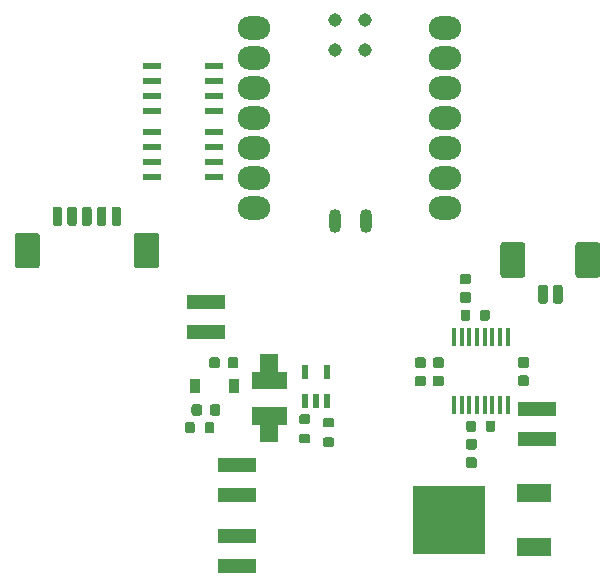
<source format=gbr>
G04 #@! TF.GenerationSoftware,KiCad,Pcbnew,5.1.5+dfsg1-2build2*
G04 #@! TF.CreationDate,2021-03-18T18:12:21+09:00*
G04 #@! TF.ProjectId,puck,7075636b-2e6b-4696-9361-645f70636258,rev?*
G04 #@! TF.SameCoordinates,Original*
G04 #@! TF.FileFunction,Paste,Top*
G04 #@! TF.FilePolarity,Positive*
%FSLAX46Y46*%
G04 Gerber Fmt 4.6, Leading zero omitted, Abs format (unit mm)*
G04 Created by KiCad (PCBNEW 5.1.5+dfsg1-2build2) date 2021-03-18 18:12:21*
%MOMM*%
%LPD*%
G04 APERTURE LIST*
%ADD10R,1.580000X0.590000*%
%ADD11R,0.410000X1.570000*%
%ADD12R,0.510000X1.170000*%
%ADD13C,0.020000*%
%ADD14R,3.180000X1.270000*%
%ADD15C,1.143000*%
%ADD16O,1.016000X2.032000*%
%ADD17O,2.748280X1.998980*%
%ADD18R,0.900000X1.200000*%
%ADD19R,3.000000X1.600000*%
%ADD20R,6.200000X5.800000*%
G04 APERTURE END LIST*
D10*
X110675000Y-103705000D03*
X110675000Y-102435000D03*
X110675000Y-101165000D03*
X110675000Y-99895000D03*
X105425000Y-99895000D03*
X105425000Y-101165000D03*
X105425000Y-102435000D03*
X105425000Y-103705000D03*
X110675000Y-98105000D03*
X110675000Y-96835000D03*
X110675000Y-95565000D03*
X110675000Y-94295000D03*
X105425000Y-94295000D03*
X105425000Y-95565000D03*
X105425000Y-96835000D03*
X105425000Y-98105000D03*
D11*
X135533518Y-117204729D03*
X134883518Y-117204729D03*
X134233518Y-117204729D03*
X133583518Y-117204729D03*
X132933518Y-117204729D03*
X132283518Y-117204729D03*
X131633518Y-117204729D03*
X130983518Y-117204729D03*
X130983518Y-122944729D03*
X131633518Y-122944729D03*
X132283518Y-122944729D03*
X132933518Y-122944729D03*
X133583518Y-122944729D03*
X134233518Y-122944729D03*
X134883518Y-122944729D03*
X135533518Y-122944729D03*
D12*
X118350000Y-122650000D03*
X120250000Y-120150000D03*
X119300000Y-122650000D03*
X120250000Y-122650000D03*
X118350000Y-120150000D03*
D13*
G36*
X132169603Y-114900691D02*
G01*
X132189018Y-114903571D01*
X132208057Y-114908340D01*
X132226537Y-114914952D01*
X132244279Y-114923344D01*
X132261114Y-114933434D01*
X132276879Y-114945126D01*
X132291421Y-114958307D01*
X132304602Y-114972849D01*
X132316294Y-114988614D01*
X132326384Y-115005449D01*
X132334776Y-115023191D01*
X132341388Y-115041671D01*
X132346157Y-115060710D01*
X132349037Y-115080125D01*
X132350000Y-115099728D01*
X132350000Y-115649728D01*
X132349037Y-115669331D01*
X132346157Y-115688746D01*
X132341388Y-115707785D01*
X132334776Y-115726265D01*
X132326384Y-115744007D01*
X132316294Y-115760842D01*
X132304602Y-115776607D01*
X132291421Y-115791149D01*
X132276879Y-115804330D01*
X132261114Y-115816022D01*
X132244279Y-115826112D01*
X132226537Y-115834504D01*
X132208057Y-115841116D01*
X132189018Y-115845885D01*
X132169603Y-115848765D01*
X132150000Y-115849728D01*
X131750000Y-115849728D01*
X131730397Y-115848765D01*
X131710982Y-115845885D01*
X131691943Y-115841116D01*
X131673463Y-115834504D01*
X131655721Y-115826112D01*
X131638886Y-115816022D01*
X131623121Y-115804330D01*
X131608579Y-115791149D01*
X131595398Y-115776607D01*
X131583706Y-115760842D01*
X131573616Y-115744007D01*
X131565224Y-115726265D01*
X131558612Y-115707785D01*
X131553843Y-115688746D01*
X131550963Y-115669331D01*
X131550000Y-115649728D01*
X131550000Y-115099728D01*
X131550963Y-115080125D01*
X131553843Y-115060710D01*
X131558612Y-115041671D01*
X131565224Y-115023191D01*
X131573616Y-115005449D01*
X131583706Y-114988614D01*
X131595398Y-114972849D01*
X131608579Y-114958307D01*
X131623121Y-114945126D01*
X131638886Y-114933434D01*
X131655721Y-114923344D01*
X131673463Y-114914952D01*
X131691943Y-114908340D01*
X131710982Y-114903571D01*
X131730397Y-114900691D01*
X131750000Y-114899728D01*
X132150000Y-114899728D01*
X132169603Y-114900691D01*
G37*
G36*
X133819603Y-114900691D02*
G01*
X133839018Y-114903571D01*
X133858057Y-114908340D01*
X133876537Y-114914952D01*
X133894279Y-114923344D01*
X133911114Y-114933434D01*
X133926879Y-114945126D01*
X133941421Y-114958307D01*
X133954602Y-114972849D01*
X133966294Y-114988614D01*
X133976384Y-115005449D01*
X133984776Y-115023191D01*
X133991388Y-115041671D01*
X133996157Y-115060710D01*
X133999037Y-115080125D01*
X134000000Y-115099728D01*
X134000000Y-115649728D01*
X133999037Y-115669331D01*
X133996157Y-115688746D01*
X133991388Y-115707785D01*
X133984776Y-115726265D01*
X133976384Y-115744007D01*
X133966294Y-115760842D01*
X133954602Y-115776607D01*
X133941421Y-115791149D01*
X133926879Y-115804330D01*
X133911114Y-115816022D01*
X133894279Y-115826112D01*
X133876537Y-115834504D01*
X133858057Y-115841116D01*
X133839018Y-115845885D01*
X133819603Y-115848765D01*
X133800000Y-115849728D01*
X133400000Y-115849728D01*
X133380397Y-115848765D01*
X133360982Y-115845885D01*
X133341943Y-115841116D01*
X133323463Y-115834504D01*
X133305721Y-115826112D01*
X133288886Y-115816022D01*
X133273121Y-115804330D01*
X133258579Y-115791149D01*
X133245398Y-115776607D01*
X133233706Y-115760842D01*
X133223616Y-115744007D01*
X133215224Y-115726265D01*
X133208612Y-115707785D01*
X133203843Y-115688746D01*
X133200963Y-115669331D01*
X133200000Y-115649728D01*
X133200000Y-115099728D01*
X133200963Y-115080125D01*
X133203843Y-115060710D01*
X133208612Y-115041671D01*
X133215224Y-115023191D01*
X133223616Y-115005449D01*
X133233706Y-114988614D01*
X133245398Y-114972849D01*
X133258579Y-114958307D01*
X133273121Y-114945126D01*
X133288886Y-114933434D01*
X133305721Y-114923344D01*
X133323463Y-114914952D01*
X133341943Y-114908340D01*
X133360982Y-114903571D01*
X133380397Y-114900691D01*
X133400000Y-114899728D01*
X133800000Y-114899728D01*
X133819603Y-114900691D01*
G37*
G36*
X134303121Y-124300692D02*
G01*
X134322536Y-124303572D01*
X134341575Y-124308341D01*
X134360055Y-124314953D01*
X134377797Y-124323345D01*
X134394632Y-124333435D01*
X134410397Y-124345127D01*
X134424939Y-124358308D01*
X134438120Y-124372850D01*
X134449812Y-124388615D01*
X134459902Y-124405450D01*
X134468294Y-124423192D01*
X134474906Y-124441672D01*
X134479675Y-124460711D01*
X134482555Y-124480126D01*
X134483518Y-124499729D01*
X134483518Y-125049729D01*
X134482555Y-125069332D01*
X134479675Y-125088747D01*
X134474906Y-125107786D01*
X134468294Y-125126266D01*
X134459902Y-125144008D01*
X134449812Y-125160843D01*
X134438120Y-125176608D01*
X134424939Y-125191150D01*
X134410397Y-125204331D01*
X134394632Y-125216023D01*
X134377797Y-125226113D01*
X134360055Y-125234505D01*
X134341575Y-125241117D01*
X134322536Y-125245886D01*
X134303121Y-125248766D01*
X134283518Y-125249729D01*
X133883518Y-125249729D01*
X133863915Y-125248766D01*
X133844500Y-125245886D01*
X133825461Y-125241117D01*
X133806981Y-125234505D01*
X133789239Y-125226113D01*
X133772404Y-125216023D01*
X133756639Y-125204331D01*
X133742097Y-125191150D01*
X133728916Y-125176608D01*
X133717224Y-125160843D01*
X133707134Y-125144008D01*
X133698742Y-125126266D01*
X133692130Y-125107786D01*
X133687361Y-125088747D01*
X133684481Y-125069332D01*
X133683518Y-125049729D01*
X133683518Y-124499729D01*
X133684481Y-124480126D01*
X133687361Y-124460711D01*
X133692130Y-124441672D01*
X133698742Y-124423192D01*
X133707134Y-124405450D01*
X133717224Y-124388615D01*
X133728916Y-124372850D01*
X133742097Y-124358308D01*
X133756639Y-124345127D01*
X133772404Y-124333435D01*
X133789239Y-124323345D01*
X133806981Y-124314953D01*
X133825461Y-124308341D01*
X133844500Y-124303572D01*
X133863915Y-124300692D01*
X133883518Y-124299729D01*
X134283518Y-124299729D01*
X134303121Y-124300692D01*
G37*
G36*
X132653121Y-124300692D02*
G01*
X132672536Y-124303572D01*
X132691575Y-124308341D01*
X132710055Y-124314953D01*
X132727797Y-124323345D01*
X132744632Y-124333435D01*
X132760397Y-124345127D01*
X132774939Y-124358308D01*
X132788120Y-124372850D01*
X132799812Y-124388615D01*
X132809902Y-124405450D01*
X132818294Y-124423192D01*
X132824906Y-124441672D01*
X132829675Y-124460711D01*
X132832555Y-124480126D01*
X132833518Y-124499729D01*
X132833518Y-125049729D01*
X132832555Y-125069332D01*
X132829675Y-125088747D01*
X132824906Y-125107786D01*
X132818294Y-125126266D01*
X132809902Y-125144008D01*
X132799812Y-125160843D01*
X132788120Y-125176608D01*
X132774939Y-125191150D01*
X132760397Y-125204331D01*
X132744632Y-125216023D01*
X132727797Y-125226113D01*
X132710055Y-125234505D01*
X132691575Y-125241117D01*
X132672536Y-125245886D01*
X132653121Y-125248766D01*
X132633518Y-125249729D01*
X132233518Y-125249729D01*
X132213915Y-125248766D01*
X132194500Y-125245886D01*
X132175461Y-125241117D01*
X132156981Y-125234505D01*
X132139239Y-125226113D01*
X132122404Y-125216023D01*
X132106639Y-125204331D01*
X132092097Y-125191150D01*
X132078916Y-125176608D01*
X132067224Y-125160843D01*
X132057134Y-125144008D01*
X132048742Y-125126266D01*
X132042130Y-125107786D01*
X132037361Y-125088747D01*
X132034481Y-125069332D01*
X132033518Y-125049729D01*
X132033518Y-124499729D01*
X132034481Y-124480126D01*
X132037361Y-124460711D01*
X132042130Y-124441672D01*
X132048742Y-124423192D01*
X132057134Y-124405450D01*
X132067224Y-124388615D01*
X132078916Y-124372850D01*
X132092097Y-124358308D01*
X132106639Y-124345127D01*
X132122404Y-124333435D01*
X132139239Y-124323345D01*
X132156981Y-124314953D01*
X132175461Y-124308341D01*
X132194500Y-124303572D01*
X132213915Y-124300692D01*
X132233518Y-124299729D01*
X132633518Y-124299729D01*
X132653121Y-124300692D01*
G37*
G36*
X132222054Y-111876083D02*
G01*
X132243895Y-111879323D01*
X132265314Y-111884688D01*
X132286104Y-111892127D01*
X132306064Y-111901568D01*
X132325003Y-111912919D01*
X132342738Y-111926073D01*
X132359099Y-111940901D01*
X132373927Y-111957262D01*
X132387081Y-111974997D01*
X132398432Y-111993936D01*
X132407873Y-112013896D01*
X132415312Y-112034686D01*
X132420677Y-112056105D01*
X132423917Y-112077946D01*
X132425000Y-112100000D01*
X132425000Y-112550000D01*
X132423917Y-112572054D01*
X132420677Y-112593895D01*
X132415312Y-112615314D01*
X132407873Y-112636104D01*
X132398432Y-112656064D01*
X132387081Y-112675003D01*
X132373927Y-112692738D01*
X132359099Y-112709099D01*
X132342738Y-112723927D01*
X132325003Y-112737081D01*
X132306064Y-112748432D01*
X132286104Y-112757873D01*
X132265314Y-112765312D01*
X132243895Y-112770677D01*
X132222054Y-112773917D01*
X132200000Y-112775000D01*
X131700000Y-112775000D01*
X131677946Y-112773917D01*
X131656105Y-112770677D01*
X131634686Y-112765312D01*
X131613896Y-112757873D01*
X131593936Y-112748432D01*
X131574997Y-112737081D01*
X131557262Y-112723927D01*
X131540901Y-112709099D01*
X131526073Y-112692738D01*
X131512919Y-112675003D01*
X131501568Y-112656064D01*
X131492127Y-112636104D01*
X131484688Y-112615314D01*
X131479323Y-112593895D01*
X131476083Y-112572054D01*
X131475000Y-112550000D01*
X131475000Y-112100000D01*
X131476083Y-112077946D01*
X131479323Y-112056105D01*
X131484688Y-112034686D01*
X131492127Y-112013896D01*
X131501568Y-111993936D01*
X131512919Y-111974997D01*
X131526073Y-111957262D01*
X131540901Y-111940901D01*
X131557262Y-111926073D01*
X131574997Y-111912919D01*
X131593936Y-111901568D01*
X131613896Y-111892127D01*
X131634686Y-111884688D01*
X131656105Y-111879323D01*
X131677946Y-111876083D01*
X131700000Y-111875000D01*
X132200000Y-111875000D01*
X132222054Y-111876083D01*
G37*
G36*
X132222054Y-113426083D02*
G01*
X132243895Y-113429323D01*
X132265314Y-113434688D01*
X132286104Y-113442127D01*
X132306064Y-113451568D01*
X132325003Y-113462919D01*
X132342738Y-113476073D01*
X132359099Y-113490901D01*
X132373927Y-113507262D01*
X132387081Y-113524997D01*
X132398432Y-113543936D01*
X132407873Y-113563896D01*
X132415312Y-113584686D01*
X132420677Y-113606105D01*
X132423917Y-113627946D01*
X132425000Y-113650000D01*
X132425000Y-114100000D01*
X132423917Y-114122054D01*
X132420677Y-114143895D01*
X132415312Y-114165314D01*
X132407873Y-114186104D01*
X132398432Y-114206064D01*
X132387081Y-114225003D01*
X132373927Y-114242738D01*
X132359099Y-114259099D01*
X132342738Y-114273927D01*
X132325003Y-114287081D01*
X132306064Y-114298432D01*
X132286104Y-114307873D01*
X132265314Y-114315312D01*
X132243895Y-114320677D01*
X132222054Y-114323917D01*
X132200000Y-114325000D01*
X131700000Y-114325000D01*
X131677946Y-114323917D01*
X131656105Y-114320677D01*
X131634686Y-114315312D01*
X131613896Y-114307873D01*
X131593936Y-114298432D01*
X131574997Y-114287081D01*
X131557262Y-114273927D01*
X131540901Y-114259099D01*
X131526073Y-114242738D01*
X131512919Y-114225003D01*
X131501568Y-114206064D01*
X131492127Y-114186104D01*
X131484688Y-114165314D01*
X131479323Y-114143895D01*
X131476083Y-114122054D01*
X131475000Y-114100000D01*
X131475000Y-113650000D01*
X131476083Y-113627946D01*
X131479323Y-113606105D01*
X131484688Y-113584686D01*
X131492127Y-113563896D01*
X131501568Y-113543936D01*
X131512919Y-113524997D01*
X131526073Y-113507262D01*
X131540901Y-113490901D01*
X131557262Y-113476073D01*
X131574997Y-113462919D01*
X131593936Y-113451568D01*
X131613896Y-113442127D01*
X131634686Y-113434688D01*
X131656105Y-113429323D01*
X131677946Y-113426083D01*
X131700000Y-113425000D01*
X132200000Y-113425000D01*
X132222054Y-113426083D01*
G37*
G36*
X137130572Y-118925811D02*
G01*
X137152413Y-118929051D01*
X137173832Y-118934416D01*
X137194622Y-118941855D01*
X137214582Y-118951296D01*
X137233521Y-118962647D01*
X137251256Y-118975801D01*
X137267617Y-118990629D01*
X137282445Y-119006990D01*
X137295599Y-119024725D01*
X137306950Y-119043664D01*
X137316391Y-119063624D01*
X137323830Y-119084414D01*
X137329195Y-119105833D01*
X137332435Y-119127674D01*
X137333518Y-119149728D01*
X137333518Y-119599728D01*
X137332435Y-119621782D01*
X137329195Y-119643623D01*
X137323830Y-119665042D01*
X137316391Y-119685832D01*
X137306950Y-119705792D01*
X137295599Y-119724731D01*
X137282445Y-119742466D01*
X137267617Y-119758827D01*
X137251256Y-119773655D01*
X137233521Y-119786809D01*
X137214582Y-119798160D01*
X137194622Y-119807601D01*
X137173832Y-119815040D01*
X137152413Y-119820405D01*
X137130572Y-119823645D01*
X137108518Y-119824728D01*
X136608518Y-119824728D01*
X136586464Y-119823645D01*
X136564623Y-119820405D01*
X136543204Y-119815040D01*
X136522414Y-119807601D01*
X136502454Y-119798160D01*
X136483515Y-119786809D01*
X136465780Y-119773655D01*
X136449419Y-119758827D01*
X136434591Y-119742466D01*
X136421437Y-119724731D01*
X136410086Y-119705792D01*
X136400645Y-119685832D01*
X136393206Y-119665042D01*
X136387841Y-119643623D01*
X136384601Y-119621782D01*
X136383518Y-119599728D01*
X136383518Y-119149728D01*
X136384601Y-119127674D01*
X136387841Y-119105833D01*
X136393206Y-119084414D01*
X136400645Y-119063624D01*
X136410086Y-119043664D01*
X136421437Y-119024725D01*
X136434591Y-119006990D01*
X136449419Y-118990629D01*
X136465780Y-118975801D01*
X136483515Y-118962647D01*
X136502454Y-118951296D01*
X136522414Y-118941855D01*
X136543204Y-118934416D01*
X136564623Y-118929051D01*
X136586464Y-118925811D01*
X136608518Y-118924728D01*
X137108518Y-118924728D01*
X137130572Y-118925811D01*
G37*
G36*
X137130572Y-120475811D02*
G01*
X137152413Y-120479051D01*
X137173832Y-120484416D01*
X137194622Y-120491855D01*
X137214582Y-120501296D01*
X137233521Y-120512647D01*
X137251256Y-120525801D01*
X137267617Y-120540629D01*
X137282445Y-120556990D01*
X137295599Y-120574725D01*
X137306950Y-120593664D01*
X137316391Y-120613624D01*
X137323830Y-120634414D01*
X137329195Y-120655833D01*
X137332435Y-120677674D01*
X137333518Y-120699728D01*
X137333518Y-121149728D01*
X137332435Y-121171782D01*
X137329195Y-121193623D01*
X137323830Y-121215042D01*
X137316391Y-121235832D01*
X137306950Y-121255792D01*
X137295599Y-121274731D01*
X137282445Y-121292466D01*
X137267617Y-121308827D01*
X137251256Y-121323655D01*
X137233521Y-121336809D01*
X137214582Y-121348160D01*
X137194622Y-121357601D01*
X137173832Y-121365040D01*
X137152413Y-121370405D01*
X137130572Y-121373645D01*
X137108518Y-121374728D01*
X136608518Y-121374728D01*
X136586464Y-121373645D01*
X136564623Y-121370405D01*
X136543204Y-121365040D01*
X136522414Y-121357601D01*
X136502454Y-121348160D01*
X136483515Y-121336809D01*
X136465780Y-121323655D01*
X136449419Y-121308827D01*
X136434591Y-121292466D01*
X136421437Y-121274731D01*
X136410086Y-121255792D01*
X136400645Y-121235832D01*
X136393206Y-121215042D01*
X136387841Y-121193623D01*
X136384601Y-121171782D01*
X136383518Y-121149728D01*
X136383518Y-120699728D01*
X136384601Y-120677674D01*
X136387841Y-120655833D01*
X136393206Y-120634414D01*
X136400645Y-120613624D01*
X136410086Y-120593664D01*
X136421437Y-120574725D01*
X136434591Y-120556990D01*
X136449419Y-120540629D01*
X136465780Y-120525801D01*
X136483515Y-120512647D01*
X136502454Y-120501296D01*
X136522414Y-120491855D01*
X136543204Y-120484416D01*
X136564623Y-120479051D01*
X136586464Y-120475811D01*
X136608518Y-120474728D01*
X137108518Y-120474728D01*
X137130572Y-120475811D01*
G37*
G36*
X132722054Y-127401083D02*
G01*
X132743895Y-127404323D01*
X132765314Y-127409688D01*
X132786104Y-127417127D01*
X132806064Y-127426568D01*
X132825003Y-127437919D01*
X132842738Y-127451073D01*
X132859099Y-127465901D01*
X132873927Y-127482262D01*
X132887081Y-127499997D01*
X132898432Y-127518936D01*
X132907873Y-127538896D01*
X132915312Y-127559686D01*
X132920677Y-127581105D01*
X132923917Y-127602946D01*
X132925000Y-127625000D01*
X132925000Y-128075000D01*
X132923917Y-128097054D01*
X132920677Y-128118895D01*
X132915312Y-128140314D01*
X132907873Y-128161104D01*
X132898432Y-128181064D01*
X132887081Y-128200003D01*
X132873927Y-128217738D01*
X132859099Y-128234099D01*
X132842738Y-128248927D01*
X132825003Y-128262081D01*
X132806064Y-128273432D01*
X132786104Y-128282873D01*
X132765314Y-128290312D01*
X132743895Y-128295677D01*
X132722054Y-128298917D01*
X132700000Y-128300000D01*
X132200000Y-128300000D01*
X132177946Y-128298917D01*
X132156105Y-128295677D01*
X132134686Y-128290312D01*
X132113896Y-128282873D01*
X132093936Y-128273432D01*
X132074997Y-128262081D01*
X132057262Y-128248927D01*
X132040901Y-128234099D01*
X132026073Y-128217738D01*
X132012919Y-128200003D01*
X132001568Y-128181064D01*
X131992127Y-128161104D01*
X131984688Y-128140314D01*
X131979323Y-128118895D01*
X131976083Y-128097054D01*
X131975000Y-128075000D01*
X131975000Y-127625000D01*
X131976083Y-127602946D01*
X131979323Y-127581105D01*
X131984688Y-127559686D01*
X131992127Y-127538896D01*
X132001568Y-127518936D01*
X132012919Y-127499997D01*
X132026073Y-127482262D01*
X132040901Y-127465901D01*
X132057262Y-127451073D01*
X132074997Y-127437919D01*
X132093936Y-127426568D01*
X132113896Y-127417127D01*
X132134686Y-127409688D01*
X132156105Y-127404323D01*
X132177946Y-127401083D01*
X132200000Y-127400000D01*
X132700000Y-127400000D01*
X132722054Y-127401083D01*
G37*
G36*
X132722054Y-125851083D02*
G01*
X132743895Y-125854323D01*
X132765314Y-125859688D01*
X132786104Y-125867127D01*
X132806064Y-125876568D01*
X132825003Y-125887919D01*
X132842738Y-125901073D01*
X132859099Y-125915901D01*
X132873927Y-125932262D01*
X132887081Y-125949997D01*
X132898432Y-125968936D01*
X132907873Y-125988896D01*
X132915312Y-126009686D01*
X132920677Y-126031105D01*
X132923917Y-126052946D01*
X132925000Y-126075000D01*
X132925000Y-126525000D01*
X132923917Y-126547054D01*
X132920677Y-126568895D01*
X132915312Y-126590314D01*
X132907873Y-126611104D01*
X132898432Y-126631064D01*
X132887081Y-126650003D01*
X132873927Y-126667738D01*
X132859099Y-126684099D01*
X132842738Y-126698927D01*
X132825003Y-126712081D01*
X132806064Y-126723432D01*
X132786104Y-126732873D01*
X132765314Y-126740312D01*
X132743895Y-126745677D01*
X132722054Y-126748917D01*
X132700000Y-126750000D01*
X132200000Y-126750000D01*
X132177946Y-126748917D01*
X132156105Y-126745677D01*
X132134686Y-126740312D01*
X132113896Y-126732873D01*
X132093936Y-126723432D01*
X132074997Y-126712081D01*
X132057262Y-126698927D01*
X132040901Y-126684099D01*
X132026073Y-126667738D01*
X132012919Y-126650003D01*
X132001568Y-126631064D01*
X131992127Y-126611104D01*
X131984688Y-126590314D01*
X131979323Y-126568895D01*
X131976083Y-126547054D01*
X131975000Y-126525000D01*
X131975000Y-126075000D01*
X131976083Y-126052946D01*
X131979323Y-126031105D01*
X131984688Y-126009686D01*
X131992127Y-125988896D01*
X132001568Y-125968936D01*
X132012919Y-125949997D01*
X132026073Y-125932262D01*
X132040901Y-125915901D01*
X132057262Y-125901073D01*
X132074997Y-125887919D01*
X132093936Y-125876568D01*
X132113896Y-125867127D01*
X132134686Y-125859688D01*
X132156105Y-125854323D01*
X132177946Y-125851083D01*
X132200000Y-125850000D01*
X132700000Y-125850000D01*
X132722054Y-125851083D01*
G37*
D14*
X109970000Y-116770000D03*
X109970000Y-114230000D03*
X112630000Y-134030000D03*
X112630000Y-136570000D03*
X137978518Y-123304728D03*
X137978518Y-125844728D03*
X112630000Y-128030000D03*
X112630000Y-130570000D03*
D13*
G36*
X113849511Y-121649930D02*
G01*
X113849511Y-120149930D01*
X114599511Y-120149930D01*
X114599511Y-118649930D01*
X116099511Y-118649930D01*
X116099511Y-120149930D01*
X116849511Y-120149930D01*
X116849511Y-121649930D01*
X113849511Y-121649930D01*
G37*
G36*
X116099511Y-124650070D02*
G01*
X116099511Y-126150070D01*
X114599511Y-126150070D01*
X114599511Y-124650070D01*
X113849511Y-124650070D01*
X113849511Y-123150070D01*
X116849511Y-123150070D01*
X116849511Y-124650070D01*
X116099511Y-124650070D01*
G37*
D15*
X123488803Y-92935813D03*
X120948803Y-92935813D03*
X123488803Y-90395813D03*
X120948803Y-90395813D03*
D16*
X123500000Y-107400000D03*
X120950000Y-107400000D03*
D17*
X114083120Y-91082180D03*
X114083120Y-93622180D03*
X114083120Y-96162180D03*
X114083120Y-98702180D03*
X114083120Y-101242180D03*
X114083120Y-103782180D03*
X114083120Y-106322180D03*
X130247680Y-106322180D03*
X130247680Y-103782180D03*
X130247680Y-101242180D03*
X130247680Y-98702180D03*
X130247680Y-96162180D03*
X130247680Y-93622180D03*
X130247680Y-91082180D03*
D18*
X112350000Y-121400000D03*
X109050000Y-121400000D03*
D13*
G36*
X139994603Y-112800963D02*
G01*
X140014018Y-112803843D01*
X140033057Y-112808612D01*
X140051537Y-112815224D01*
X140069279Y-112823616D01*
X140086114Y-112833706D01*
X140101879Y-112845398D01*
X140116421Y-112858579D01*
X140129602Y-112873121D01*
X140141294Y-112888886D01*
X140151384Y-112905721D01*
X140159776Y-112923463D01*
X140166388Y-112941943D01*
X140171157Y-112960982D01*
X140174037Y-112980397D01*
X140175000Y-113000000D01*
X140175000Y-114200000D01*
X140174037Y-114219603D01*
X140171157Y-114239018D01*
X140166388Y-114258057D01*
X140159776Y-114276537D01*
X140151384Y-114294279D01*
X140141294Y-114311114D01*
X140129602Y-114326879D01*
X140116421Y-114341421D01*
X140101879Y-114354602D01*
X140086114Y-114366294D01*
X140069279Y-114376384D01*
X140051537Y-114384776D01*
X140033057Y-114391388D01*
X140014018Y-114396157D01*
X139994603Y-114399037D01*
X139975000Y-114400000D01*
X139575000Y-114400000D01*
X139555397Y-114399037D01*
X139535982Y-114396157D01*
X139516943Y-114391388D01*
X139498463Y-114384776D01*
X139480721Y-114376384D01*
X139463886Y-114366294D01*
X139448121Y-114354602D01*
X139433579Y-114341421D01*
X139420398Y-114326879D01*
X139408706Y-114311114D01*
X139398616Y-114294279D01*
X139390224Y-114276537D01*
X139383612Y-114258057D01*
X139378843Y-114239018D01*
X139375963Y-114219603D01*
X139375000Y-114200000D01*
X139375000Y-113000000D01*
X139375963Y-112980397D01*
X139378843Y-112960982D01*
X139383612Y-112941943D01*
X139390224Y-112923463D01*
X139398616Y-112905721D01*
X139408706Y-112888886D01*
X139420398Y-112873121D01*
X139433579Y-112858579D01*
X139448121Y-112845398D01*
X139463886Y-112833706D01*
X139480721Y-112823616D01*
X139498463Y-112815224D01*
X139516943Y-112808612D01*
X139535982Y-112803843D01*
X139555397Y-112800963D01*
X139575000Y-112800000D01*
X139975000Y-112800000D01*
X139994603Y-112800963D01*
G37*
G36*
X138744603Y-112800963D02*
G01*
X138764018Y-112803843D01*
X138783057Y-112808612D01*
X138801537Y-112815224D01*
X138819279Y-112823616D01*
X138836114Y-112833706D01*
X138851879Y-112845398D01*
X138866421Y-112858579D01*
X138879602Y-112873121D01*
X138891294Y-112888886D01*
X138901384Y-112905721D01*
X138909776Y-112923463D01*
X138916388Y-112941943D01*
X138921157Y-112960982D01*
X138924037Y-112980397D01*
X138925000Y-113000000D01*
X138925000Y-114200000D01*
X138924037Y-114219603D01*
X138921157Y-114239018D01*
X138916388Y-114258057D01*
X138909776Y-114276537D01*
X138901384Y-114294279D01*
X138891294Y-114311114D01*
X138879602Y-114326879D01*
X138866421Y-114341421D01*
X138851879Y-114354602D01*
X138836114Y-114366294D01*
X138819279Y-114376384D01*
X138801537Y-114384776D01*
X138783057Y-114391388D01*
X138764018Y-114396157D01*
X138744603Y-114399037D01*
X138725000Y-114400000D01*
X138325000Y-114400000D01*
X138305397Y-114399037D01*
X138285982Y-114396157D01*
X138266943Y-114391388D01*
X138248463Y-114384776D01*
X138230721Y-114376384D01*
X138213886Y-114366294D01*
X138198121Y-114354602D01*
X138183579Y-114341421D01*
X138170398Y-114326879D01*
X138158706Y-114311114D01*
X138148616Y-114294279D01*
X138140224Y-114276537D01*
X138133612Y-114258057D01*
X138128843Y-114239018D01*
X138125963Y-114219603D01*
X138125000Y-114200000D01*
X138125000Y-113000000D01*
X138125963Y-112980397D01*
X138128843Y-112960982D01*
X138133612Y-112941943D01*
X138140224Y-112923463D01*
X138148616Y-112905721D01*
X138158706Y-112888886D01*
X138170398Y-112873121D01*
X138183579Y-112858579D01*
X138198121Y-112845398D01*
X138213886Y-112833706D01*
X138230721Y-112823616D01*
X138248463Y-112815224D01*
X138266943Y-112808612D01*
X138285982Y-112803843D01*
X138305397Y-112800963D01*
X138325000Y-112800000D01*
X138725000Y-112800000D01*
X138744603Y-112800963D01*
G37*
G36*
X143149504Y-109201204D02*
G01*
X143173773Y-109204804D01*
X143197571Y-109210765D01*
X143220671Y-109219030D01*
X143242849Y-109229520D01*
X143263893Y-109242133D01*
X143283598Y-109256747D01*
X143301777Y-109273223D01*
X143318253Y-109291402D01*
X143332867Y-109311107D01*
X143345480Y-109332151D01*
X143355970Y-109354329D01*
X143364235Y-109377429D01*
X143370196Y-109401227D01*
X143373796Y-109425496D01*
X143375000Y-109450000D01*
X143375000Y-111950000D01*
X143373796Y-111974504D01*
X143370196Y-111998773D01*
X143364235Y-112022571D01*
X143355970Y-112045671D01*
X143345480Y-112067849D01*
X143332867Y-112088893D01*
X143318253Y-112108598D01*
X143301777Y-112126777D01*
X143283598Y-112143253D01*
X143263893Y-112157867D01*
X143242849Y-112170480D01*
X143220671Y-112180970D01*
X143197571Y-112189235D01*
X143173773Y-112195196D01*
X143149504Y-112198796D01*
X143125000Y-112200000D01*
X141525000Y-112200000D01*
X141500496Y-112198796D01*
X141476227Y-112195196D01*
X141452429Y-112189235D01*
X141429329Y-112180970D01*
X141407151Y-112170480D01*
X141386107Y-112157867D01*
X141366402Y-112143253D01*
X141348223Y-112126777D01*
X141331747Y-112108598D01*
X141317133Y-112088893D01*
X141304520Y-112067849D01*
X141294030Y-112045671D01*
X141285765Y-112022571D01*
X141279804Y-111998773D01*
X141276204Y-111974504D01*
X141275000Y-111950000D01*
X141275000Y-109450000D01*
X141276204Y-109425496D01*
X141279804Y-109401227D01*
X141285765Y-109377429D01*
X141294030Y-109354329D01*
X141304520Y-109332151D01*
X141317133Y-109311107D01*
X141331747Y-109291402D01*
X141348223Y-109273223D01*
X141366402Y-109256747D01*
X141386107Y-109242133D01*
X141407151Y-109229520D01*
X141429329Y-109219030D01*
X141452429Y-109210765D01*
X141476227Y-109204804D01*
X141500496Y-109201204D01*
X141525000Y-109200000D01*
X143125000Y-109200000D01*
X143149504Y-109201204D01*
G37*
G36*
X136799504Y-109201204D02*
G01*
X136823773Y-109204804D01*
X136847571Y-109210765D01*
X136870671Y-109219030D01*
X136892849Y-109229520D01*
X136913893Y-109242133D01*
X136933598Y-109256747D01*
X136951777Y-109273223D01*
X136968253Y-109291402D01*
X136982867Y-109311107D01*
X136995480Y-109332151D01*
X137005970Y-109354329D01*
X137014235Y-109377429D01*
X137020196Y-109401227D01*
X137023796Y-109425496D01*
X137025000Y-109450000D01*
X137025000Y-111950000D01*
X137023796Y-111974504D01*
X137020196Y-111998773D01*
X137014235Y-112022571D01*
X137005970Y-112045671D01*
X136995480Y-112067849D01*
X136982867Y-112088893D01*
X136968253Y-112108598D01*
X136951777Y-112126777D01*
X136933598Y-112143253D01*
X136913893Y-112157867D01*
X136892849Y-112170480D01*
X136870671Y-112180970D01*
X136847571Y-112189235D01*
X136823773Y-112195196D01*
X136799504Y-112198796D01*
X136775000Y-112200000D01*
X135175000Y-112200000D01*
X135150496Y-112198796D01*
X135126227Y-112195196D01*
X135102429Y-112189235D01*
X135079329Y-112180970D01*
X135057151Y-112170480D01*
X135036107Y-112157867D01*
X135016402Y-112143253D01*
X134998223Y-112126777D01*
X134981747Y-112108598D01*
X134967133Y-112088893D01*
X134954520Y-112067849D01*
X134944030Y-112045671D01*
X134935765Y-112022571D01*
X134929804Y-111998773D01*
X134926204Y-111974504D01*
X134925000Y-111950000D01*
X134925000Y-109450000D01*
X134926204Y-109425496D01*
X134929804Y-109401227D01*
X134935765Y-109377429D01*
X134944030Y-109354329D01*
X134954520Y-109332151D01*
X134967133Y-109311107D01*
X134981747Y-109291402D01*
X134998223Y-109273223D01*
X135016402Y-109256747D01*
X135036107Y-109242133D01*
X135057151Y-109229520D01*
X135079329Y-109219030D01*
X135102429Y-109210765D01*
X135126227Y-109204804D01*
X135150496Y-109201204D01*
X135175000Y-109200000D01*
X136775000Y-109200000D01*
X136799504Y-109201204D01*
G37*
G36*
X97619603Y-106200963D02*
G01*
X97639018Y-106203843D01*
X97658057Y-106208612D01*
X97676537Y-106215224D01*
X97694279Y-106223616D01*
X97711114Y-106233706D01*
X97726879Y-106245398D01*
X97741421Y-106258579D01*
X97754602Y-106273121D01*
X97766294Y-106288886D01*
X97776384Y-106305721D01*
X97784776Y-106323463D01*
X97791388Y-106341943D01*
X97796157Y-106360982D01*
X97799037Y-106380397D01*
X97800000Y-106400000D01*
X97800000Y-107600000D01*
X97799037Y-107619603D01*
X97796157Y-107639018D01*
X97791388Y-107658057D01*
X97784776Y-107676537D01*
X97776384Y-107694279D01*
X97766294Y-107711114D01*
X97754602Y-107726879D01*
X97741421Y-107741421D01*
X97726879Y-107754602D01*
X97711114Y-107766294D01*
X97694279Y-107776384D01*
X97676537Y-107784776D01*
X97658057Y-107791388D01*
X97639018Y-107796157D01*
X97619603Y-107799037D01*
X97600000Y-107800000D01*
X97200000Y-107800000D01*
X97180397Y-107799037D01*
X97160982Y-107796157D01*
X97141943Y-107791388D01*
X97123463Y-107784776D01*
X97105721Y-107776384D01*
X97088886Y-107766294D01*
X97073121Y-107754602D01*
X97058579Y-107741421D01*
X97045398Y-107726879D01*
X97033706Y-107711114D01*
X97023616Y-107694279D01*
X97015224Y-107676537D01*
X97008612Y-107658057D01*
X97003843Y-107639018D01*
X97000963Y-107619603D01*
X97000000Y-107600000D01*
X97000000Y-106400000D01*
X97000963Y-106380397D01*
X97003843Y-106360982D01*
X97008612Y-106341943D01*
X97015224Y-106323463D01*
X97023616Y-106305721D01*
X97033706Y-106288886D01*
X97045398Y-106273121D01*
X97058579Y-106258579D01*
X97073121Y-106245398D01*
X97088886Y-106233706D01*
X97105721Y-106223616D01*
X97123463Y-106215224D01*
X97141943Y-106208612D01*
X97160982Y-106203843D01*
X97180397Y-106200963D01*
X97200000Y-106200000D01*
X97600000Y-106200000D01*
X97619603Y-106200963D01*
G37*
G36*
X98869603Y-106200963D02*
G01*
X98889018Y-106203843D01*
X98908057Y-106208612D01*
X98926537Y-106215224D01*
X98944279Y-106223616D01*
X98961114Y-106233706D01*
X98976879Y-106245398D01*
X98991421Y-106258579D01*
X99004602Y-106273121D01*
X99016294Y-106288886D01*
X99026384Y-106305721D01*
X99034776Y-106323463D01*
X99041388Y-106341943D01*
X99046157Y-106360982D01*
X99049037Y-106380397D01*
X99050000Y-106400000D01*
X99050000Y-107600000D01*
X99049037Y-107619603D01*
X99046157Y-107639018D01*
X99041388Y-107658057D01*
X99034776Y-107676537D01*
X99026384Y-107694279D01*
X99016294Y-107711114D01*
X99004602Y-107726879D01*
X98991421Y-107741421D01*
X98976879Y-107754602D01*
X98961114Y-107766294D01*
X98944279Y-107776384D01*
X98926537Y-107784776D01*
X98908057Y-107791388D01*
X98889018Y-107796157D01*
X98869603Y-107799037D01*
X98850000Y-107800000D01*
X98450000Y-107800000D01*
X98430397Y-107799037D01*
X98410982Y-107796157D01*
X98391943Y-107791388D01*
X98373463Y-107784776D01*
X98355721Y-107776384D01*
X98338886Y-107766294D01*
X98323121Y-107754602D01*
X98308579Y-107741421D01*
X98295398Y-107726879D01*
X98283706Y-107711114D01*
X98273616Y-107694279D01*
X98265224Y-107676537D01*
X98258612Y-107658057D01*
X98253843Y-107639018D01*
X98250963Y-107619603D01*
X98250000Y-107600000D01*
X98250000Y-106400000D01*
X98250963Y-106380397D01*
X98253843Y-106360982D01*
X98258612Y-106341943D01*
X98265224Y-106323463D01*
X98273616Y-106305721D01*
X98283706Y-106288886D01*
X98295398Y-106273121D01*
X98308579Y-106258579D01*
X98323121Y-106245398D01*
X98338886Y-106233706D01*
X98355721Y-106223616D01*
X98373463Y-106215224D01*
X98391943Y-106208612D01*
X98410982Y-106203843D01*
X98430397Y-106200963D01*
X98450000Y-106200000D01*
X98850000Y-106200000D01*
X98869603Y-106200963D01*
G37*
G36*
X100119603Y-106200963D02*
G01*
X100139018Y-106203843D01*
X100158057Y-106208612D01*
X100176537Y-106215224D01*
X100194279Y-106223616D01*
X100211114Y-106233706D01*
X100226879Y-106245398D01*
X100241421Y-106258579D01*
X100254602Y-106273121D01*
X100266294Y-106288886D01*
X100276384Y-106305721D01*
X100284776Y-106323463D01*
X100291388Y-106341943D01*
X100296157Y-106360982D01*
X100299037Y-106380397D01*
X100300000Y-106400000D01*
X100300000Y-107600000D01*
X100299037Y-107619603D01*
X100296157Y-107639018D01*
X100291388Y-107658057D01*
X100284776Y-107676537D01*
X100276384Y-107694279D01*
X100266294Y-107711114D01*
X100254602Y-107726879D01*
X100241421Y-107741421D01*
X100226879Y-107754602D01*
X100211114Y-107766294D01*
X100194279Y-107776384D01*
X100176537Y-107784776D01*
X100158057Y-107791388D01*
X100139018Y-107796157D01*
X100119603Y-107799037D01*
X100100000Y-107800000D01*
X99700000Y-107800000D01*
X99680397Y-107799037D01*
X99660982Y-107796157D01*
X99641943Y-107791388D01*
X99623463Y-107784776D01*
X99605721Y-107776384D01*
X99588886Y-107766294D01*
X99573121Y-107754602D01*
X99558579Y-107741421D01*
X99545398Y-107726879D01*
X99533706Y-107711114D01*
X99523616Y-107694279D01*
X99515224Y-107676537D01*
X99508612Y-107658057D01*
X99503843Y-107639018D01*
X99500963Y-107619603D01*
X99500000Y-107600000D01*
X99500000Y-106400000D01*
X99500963Y-106380397D01*
X99503843Y-106360982D01*
X99508612Y-106341943D01*
X99515224Y-106323463D01*
X99523616Y-106305721D01*
X99533706Y-106288886D01*
X99545398Y-106273121D01*
X99558579Y-106258579D01*
X99573121Y-106245398D01*
X99588886Y-106233706D01*
X99605721Y-106223616D01*
X99623463Y-106215224D01*
X99641943Y-106208612D01*
X99660982Y-106203843D01*
X99680397Y-106200963D01*
X99700000Y-106200000D01*
X100100000Y-106200000D01*
X100119603Y-106200963D01*
G37*
G36*
X101369603Y-106200963D02*
G01*
X101389018Y-106203843D01*
X101408057Y-106208612D01*
X101426537Y-106215224D01*
X101444279Y-106223616D01*
X101461114Y-106233706D01*
X101476879Y-106245398D01*
X101491421Y-106258579D01*
X101504602Y-106273121D01*
X101516294Y-106288886D01*
X101526384Y-106305721D01*
X101534776Y-106323463D01*
X101541388Y-106341943D01*
X101546157Y-106360982D01*
X101549037Y-106380397D01*
X101550000Y-106400000D01*
X101550000Y-107600000D01*
X101549037Y-107619603D01*
X101546157Y-107639018D01*
X101541388Y-107658057D01*
X101534776Y-107676537D01*
X101526384Y-107694279D01*
X101516294Y-107711114D01*
X101504602Y-107726879D01*
X101491421Y-107741421D01*
X101476879Y-107754602D01*
X101461114Y-107766294D01*
X101444279Y-107776384D01*
X101426537Y-107784776D01*
X101408057Y-107791388D01*
X101389018Y-107796157D01*
X101369603Y-107799037D01*
X101350000Y-107800000D01*
X100950000Y-107800000D01*
X100930397Y-107799037D01*
X100910982Y-107796157D01*
X100891943Y-107791388D01*
X100873463Y-107784776D01*
X100855721Y-107776384D01*
X100838886Y-107766294D01*
X100823121Y-107754602D01*
X100808579Y-107741421D01*
X100795398Y-107726879D01*
X100783706Y-107711114D01*
X100773616Y-107694279D01*
X100765224Y-107676537D01*
X100758612Y-107658057D01*
X100753843Y-107639018D01*
X100750963Y-107619603D01*
X100750000Y-107600000D01*
X100750000Y-106400000D01*
X100750963Y-106380397D01*
X100753843Y-106360982D01*
X100758612Y-106341943D01*
X100765224Y-106323463D01*
X100773616Y-106305721D01*
X100783706Y-106288886D01*
X100795398Y-106273121D01*
X100808579Y-106258579D01*
X100823121Y-106245398D01*
X100838886Y-106233706D01*
X100855721Y-106223616D01*
X100873463Y-106215224D01*
X100891943Y-106208612D01*
X100910982Y-106203843D01*
X100930397Y-106200963D01*
X100950000Y-106200000D01*
X101350000Y-106200000D01*
X101369603Y-106200963D01*
G37*
G36*
X102619603Y-106200963D02*
G01*
X102639018Y-106203843D01*
X102658057Y-106208612D01*
X102676537Y-106215224D01*
X102694279Y-106223616D01*
X102711114Y-106233706D01*
X102726879Y-106245398D01*
X102741421Y-106258579D01*
X102754602Y-106273121D01*
X102766294Y-106288886D01*
X102776384Y-106305721D01*
X102784776Y-106323463D01*
X102791388Y-106341943D01*
X102796157Y-106360982D01*
X102799037Y-106380397D01*
X102800000Y-106400000D01*
X102800000Y-107600000D01*
X102799037Y-107619603D01*
X102796157Y-107639018D01*
X102791388Y-107658057D01*
X102784776Y-107676537D01*
X102776384Y-107694279D01*
X102766294Y-107711114D01*
X102754602Y-107726879D01*
X102741421Y-107741421D01*
X102726879Y-107754602D01*
X102711114Y-107766294D01*
X102694279Y-107776384D01*
X102676537Y-107784776D01*
X102658057Y-107791388D01*
X102639018Y-107796157D01*
X102619603Y-107799037D01*
X102600000Y-107800000D01*
X102200000Y-107800000D01*
X102180397Y-107799037D01*
X102160982Y-107796157D01*
X102141943Y-107791388D01*
X102123463Y-107784776D01*
X102105721Y-107776384D01*
X102088886Y-107766294D01*
X102073121Y-107754602D01*
X102058579Y-107741421D01*
X102045398Y-107726879D01*
X102033706Y-107711114D01*
X102023616Y-107694279D01*
X102015224Y-107676537D01*
X102008612Y-107658057D01*
X102003843Y-107639018D01*
X102000963Y-107619603D01*
X102000000Y-107600000D01*
X102000000Y-106400000D01*
X102000963Y-106380397D01*
X102003843Y-106360982D01*
X102008612Y-106341943D01*
X102015224Y-106323463D01*
X102023616Y-106305721D01*
X102033706Y-106288886D01*
X102045398Y-106273121D01*
X102058579Y-106258579D01*
X102073121Y-106245398D01*
X102088886Y-106233706D01*
X102105721Y-106223616D01*
X102123463Y-106215224D01*
X102141943Y-106208612D01*
X102160982Y-106203843D01*
X102180397Y-106200963D01*
X102200000Y-106200000D01*
X102600000Y-106200000D01*
X102619603Y-106200963D01*
G37*
G36*
X95674504Y-108401204D02*
G01*
X95698773Y-108404804D01*
X95722571Y-108410765D01*
X95745671Y-108419030D01*
X95767849Y-108429520D01*
X95788893Y-108442133D01*
X95808598Y-108456747D01*
X95826777Y-108473223D01*
X95843253Y-108491402D01*
X95857867Y-108511107D01*
X95870480Y-108532151D01*
X95880970Y-108554329D01*
X95889235Y-108577429D01*
X95895196Y-108601227D01*
X95898796Y-108625496D01*
X95900000Y-108650000D01*
X95900000Y-111150000D01*
X95898796Y-111174504D01*
X95895196Y-111198773D01*
X95889235Y-111222571D01*
X95880970Y-111245671D01*
X95870480Y-111267849D01*
X95857867Y-111288893D01*
X95843253Y-111308598D01*
X95826777Y-111326777D01*
X95808598Y-111343253D01*
X95788893Y-111357867D01*
X95767849Y-111370480D01*
X95745671Y-111380970D01*
X95722571Y-111389235D01*
X95698773Y-111395196D01*
X95674504Y-111398796D01*
X95650000Y-111400000D01*
X94050000Y-111400000D01*
X94025496Y-111398796D01*
X94001227Y-111395196D01*
X93977429Y-111389235D01*
X93954329Y-111380970D01*
X93932151Y-111370480D01*
X93911107Y-111357867D01*
X93891402Y-111343253D01*
X93873223Y-111326777D01*
X93856747Y-111308598D01*
X93842133Y-111288893D01*
X93829520Y-111267849D01*
X93819030Y-111245671D01*
X93810765Y-111222571D01*
X93804804Y-111198773D01*
X93801204Y-111174504D01*
X93800000Y-111150000D01*
X93800000Y-108650000D01*
X93801204Y-108625496D01*
X93804804Y-108601227D01*
X93810765Y-108577429D01*
X93819030Y-108554329D01*
X93829520Y-108532151D01*
X93842133Y-108511107D01*
X93856747Y-108491402D01*
X93873223Y-108473223D01*
X93891402Y-108456747D01*
X93911107Y-108442133D01*
X93932151Y-108429520D01*
X93954329Y-108419030D01*
X93977429Y-108410765D01*
X94001227Y-108404804D01*
X94025496Y-108401204D01*
X94050000Y-108400000D01*
X95650000Y-108400000D01*
X95674504Y-108401204D01*
G37*
G36*
X105774504Y-108401204D02*
G01*
X105798773Y-108404804D01*
X105822571Y-108410765D01*
X105845671Y-108419030D01*
X105867849Y-108429520D01*
X105888893Y-108442133D01*
X105908598Y-108456747D01*
X105926777Y-108473223D01*
X105943253Y-108491402D01*
X105957867Y-108511107D01*
X105970480Y-108532151D01*
X105980970Y-108554329D01*
X105989235Y-108577429D01*
X105995196Y-108601227D01*
X105998796Y-108625496D01*
X106000000Y-108650000D01*
X106000000Y-111150000D01*
X105998796Y-111174504D01*
X105995196Y-111198773D01*
X105989235Y-111222571D01*
X105980970Y-111245671D01*
X105970480Y-111267849D01*
X105957867Y-111288893D01*
X105943253Y-111308598D01*
X105926777Y-111326777D01*
X105908598Y-111343253D01*
X105888893Y-111357867D01*
X105867849Y-111370480D01*
X105845671Y-111380970D01*
X105822571Y-111389235D01*
X105798773Y-111395196D01*
X105774504Y-111398796D01*
X105750000Y-111400000D01*
X104150000Y-111400000D01*
X104125496Y-111398796D01*
X104101227Y-111395196D01*
X104077429Y-111389235D01*
X104054329Y-111380970D01*
X104032151Y-111370480D01*
X104011107Y-111357867D01*
X103991402Y-111343253D01*
X103973223Y-111326777D01*
X103956747Y-111308598D01*
X103942133Y-111288893D01*
X103929520Y-111267849D01*
X103919030Y-111245671D01*
X103910765Y-111222571D01*
X103904804Y-111198773D01*
X103901204Y-111174504D01*
X103900000Y-111150000D01*
X103900000Y-108650000D01*
X103901204Y-108625496D01*
X103904804Y-108601227D01*
X103910765Y-108577429D01*
X103919030Y-108554329D01*
X103929520Y-108532151D01*
X103942133Y-108511107D01*
X103956747Y-108491402D01*
X103973223Y-108473223D01*
X103991402Y-108456747D01*
X104011107Y-108442133D01*
X104032151Y-108429520D01*
X104054329Y-108419030D01*
X104077429Y-108410765D01*
X104101227Y-108404804D01*
X104125496Y-108401204D01*
X104150000Y-108400000D01*
X105750000Y-108400000D01*
X105774504Y-108401204D01*
G37*
G36*
X120644603Y-124078463D02*
G01*
X120664018Y-124081343D01*
X120683057Y-124086112D01*
X120701537Y-124092724D01*
X120719279Y-124101116D01*
X120736114Y-124111206D01*
X120751879Y-124122898D01*
X120766421Y-124136079D01*
X120779602Y-124150621D01*
X120791294Y-124166386D01*
X120801384Y-124183221D01*
X120809776Y-124200963D01*
X120816388Y-124219443D01*
X120821157Y-124238482D01*
X120824037Y-124257897D01*
X120825000Y-124277500D01*
X120825000Y-124677500D01*
X120824037Y-124697103D01*
X120821157Y-124716518D01*
X120816388Y-124735557D01*
X120809776Y-124754037D01*
X120801384Y-124771779D01*
X120791294Y-124788614D01*
X120779602Y-124804379D01*
X120766421Y-124818921D01*
X120751879Y-124832102D01*
X120736114Y-124843794D01*
X120719279Y-124853884D01*
X120701537Y-124862276D01*
X120683057Y-124868888D01*
X120664018Y-124873657D01*
X120644603Y-124876537D01*
X120625000Y-124877500D01*
X120075000Y-124877500D01*
X120055397Y-124876537D01*
X120035982Y-124873657D01*
X120016943Y-124868888D01*
X119998463Y-124862276D01*
X119980721Y-124853884D01*
X119963886Y-124843794D01*
X119948121Y-124832102D01*
X119933579Y-124818921D01*
X119920398Y-124804379D01*
X119908706Y-124788614D01*
X119898616Y-124771779D01*
X119890224Y-124754037D01*
X119883612Y-124735557D01*
X119878843Y-124716518D01*
X119875963Y-124697103D01*
X119875000Y-124677500D01*
X119875000Y-124277500D01*
X119875963Y-124257897D01*
X119878843Y-124238482D01*
X119883612Y-124219443D01*
X119890224Y-124200963D01*
X119898616Y-124183221D01*
X119908706Y-124166386D01*
X119920398Y-124150621D01*
X119933579Y-124136079D01*
X119948121Y-124122898D01*
X119963886Y-124111206D01*
X119980721Y-124101116D01*
X119998463Y-124092724D01*
X120016943Y-124086112D01*
X120035982Y-124081343D01*
X120055397Y-124078463D01*
X120075000Y-124077500D01*
X120625000Y-124077500D01*
X120644603Y-124078463D01*
G37*
G36*
X120644603Y-125728463D02*
G01*
X120664018Y-125731343D01*
X120683057Y-125736112D01*
X120701537Y-125742724D01*
X120719279Y-125751116D01*
X120736114Y-125761206D01*
X120751879Y-125772898D01*
X120766421Y-125786079D01*
X120779602Y-125800621D01*
X120791294Y-125816386D01*
X120801384Y-125833221D01*
X120809776Y-125850963D01*
X120816388Y-125869443D01*
X120821157Y-125888482D01*
X120824037Y-125907897D01*
X120825000Y-125927500D01*
X120825000Y-126327500D01*
X120824037Y-126347103D01*
X120821157Y-126366518D01*
X120816388Y-126385557D01*
X120809776Y-126404037D01*
X120801384Y-126421779D01*
X120791294Y-126438614D01*
X120779602Y-126454379D01*
X120766421Y-126468921D01*
X120751879Y-126482102D01*
X120736114Y-126493794D01*
X120719279Y-126503884D01*
X120701537Y-126512276D01*
X120683057Y-126518888D01*
X120664018Y-126523657D01*
X120644603Y-126526537D01*
X120625000Y-126527500D01*
X120075000Y-126527500D01*
X120055397Y-126526537D01*
X120035982Y-126523657D01*
X120016943Y-126518888D01*
X119998463Y-126512276D01*
X119980721Y-126503884D01*
X119963886Y-126493794D01*
X119948121Y-126482102D01*
X119933579Y-126468921D01*
X119920398Y-126454379D01*
X119908706Y-126438614D01*
X119898616Y-126421779D01*
X119890224Y-126404037D01*
X119883612Y-126385557D01*
X119878843Y-126366518D01*
X119875963Y-126347103D01*
X119875000Y-126327500D01*
X119875000Y-125927500D01*
X119875963Y-125907897D01*
X119878843Y-125888482D01*
X119883612Y-125869443D01*
X119890224Y-125850963D01*
X119898616Y-125833221D01*
X119908706Y-125816386D01*
X119920398Y-125800621D01*
X119933579Y-125786079D01*
X119948121Y-125772898D01*
X119963886Y-125761206D01*
X119980721Y-125751116D01*
X119998463Y-125742724D01*
X120016943Y-125736112D01*
X120035982Y-125731343D01*
X120055397Y-125728463D01*
X120075000Y-125727500D01*
X120625000Y-125727500D01*
X120644603Y-125728463D01*
G37*
G36*
X118644603Y-125423463D02*
G01*
X118664018Y-125426343D01*
X118683057Y-125431112D01*
X118701537Y-125437724D01*
X118719279Y-125446116D01*
X118736114Y-125456206D01*
X118751879Y-125467898D01*
X118766421Y-125481079D01*
X118779602Y-125495621D01*
X118791294Y-125511386D01*
X118801384Y-125528221D01*
X118809776Y-125545963D01*
X118816388Y-125564443D01*
X118821157Y-125583482D01*
X118824037Y-125602897D01*
X118825000Y-125622500D01*
X118825000Y-126022500D01*
X118824037Y-126042103D01*
X118821157Y-126061518D01*
X118816388Y-126080557D01*
X118809776Y-126099037D01*
X118801384Y-126116779D01*
X118791294Y-126133614D01*
X118779602Y-126149379D01*
X118766421Y-126163921D01*
X118751879Y-126177102D01*
X118736114Y-126188794D01*
X118719279Y-126198884D01*
X118701537Y-126207276D01*
X118683057Y-126213888D01*
X118664018Y-126218657D01*
X118644603Y-126221537D01*
X118625000Y-126222500D01*
X118075000Y-126222500D01*
X118055397Y-126221537D01*
X118035982Y-126218657D01*
X118016943Y-126213888D01*
X117998463Y-126207276D01*
X117980721Y-126198884D01*
X117963886Y-126188794D01*
X117948121Y-126177102D01*
X117933579Y-126163921D01*
X117920398Y-126149379D01*
X117908706Y-126133614D01*
X117898616Y-126116779D01*
X117890224Y-126099037D01*
X117883612Y-126080557D01*
X117878843Y-126061518D01*
X117875963Y-126042103D01*
X117875000Y-126022500D01*
X117875000Y-125622500D01*
X117875963Y-125602897D01*
X117878843Y-125583482D01*
X117883612Y-125564443D01*
X117890224Y-125545963D01*
X117898616Y-125528221D01*
X117908706Y-125511386D01*
X117920398Y-125495621D01*
X117933579Y-125481079D01*
X117948121Y-125467898D01*
X117963886Y-125456206D01*
X117980721Y-125446116D01*
X117998463Y-125437724D01*
X118016943Y-125431112D01*
X118035982Y-125426343D01*
X118055397Y-125423463D01*
X118075000Y-125422500D01*
X118625000Y-125422500D01*
X118644603Y-125423463D01*
G37*
G36*
X118644603Y-123773463D02*
G01*
X118664018Y-123776343D01*
X118683057Y-123781112D01*
X118701537Y-123787724D01*
X118719279Y-123796116D01*
X118736114Y-123806206D01*
X118751879Y-123817898D01*
X118766421Y-123831079D01*
X118779602Y-123845621D01*
X118791294Y-123861386D01*
X118801384Y-123878221D01*
X118809776Y-123895963D01*
X118816388Y-123914443D01*
X118821157Y-123933482D01*
X118824037Y-123952897D01*
X118825000Y-123972500D01*
X118825000Y-124372500D01*
X118824037Y-124392103D01*
X118821157Y-124411518D01*
X118816388Y-124430557D01*
X118809776Y-124449037D01*
X118801384Y-124466779D01*
X118791294Y-124483614D01*
X118779602Y-124499379D01*
X118766421Y-124513921D01*
X118751879Y-124527102D01*
X118736114Y-124538794D01*
X118719279Y-124548884D01*
X118701537Y-124557276D01*
X118683057Y-124563888D01*
X118664018Y-124568657D01*
X118644603Y-124571537D01*
X118625000Y-124572500D01*
X118075000Y-124572500D01*
X118055397Y-124571537D01*
X118035982Y-124568657D01*
X118016943Y-124563888D01*
X117998463Y-124557276D01*
X117980721Y-124548884D01*
X117963886Y-124538794D01*
X117948121Y-124527102D01*
X117933579Y-124513921D01*
X117920398Y-124499379D01*
X117908706Y-124483614D01*
X117898616Y-124466779D01*
X117890224Y-124449037D01*
X117883612Y-124430557D01*
X117878843Y-124411518D01*
X117875963Y-124392103D01*
X117875000Y-124372500D01*
X117875000Y-123972500D01*
X117875963Y-123952897D01*
X117878843Y-123933482D01*
X117883612Y-123914443D01*
X117890224Y-123895963D01*
X117898616Y-123878221D01*
X117908706Y-123861386D01*
X117920398Y-123845621D01*
X117933579Y-123831079D01*
X117948121Y-123817898D01*
X117963886Y-123806206D01*
X117980721Y-123796116D01*
X117998463Y-123787724D01*
X118016943Y-123781112D01*
X118035982Y-123776343D01*
X118055397Y-123773463D01*
X118075000Y-123772500D01*
X118625000Y-123772500D01*
X118644603Y-123773463D01*
G37*
G36*
X110492103Y-124425963D02*
G01*
X110511518Y-124428843D01*
X110530557Y-124433612D01*
X110549037Y-124440224D01*
X110566779Y-124448616D01*
X110583614Y-124458706D01*
X110599379Y-124470398D01*
X110613921Y-124483579D01*
X110627102Y-124498121D01*
X110638794Y-124513886D01*
X110648884Y-124530721D01*
X110657276Y-124548463D01*
X110663888Y-124566943D01*
X110668657Y-124585982D01*
X110671537Y-124605397D01*
X110672500Y-124625000D01*
X110672500Y-125175000D01*
X110671537Y-125194603D01*
X110668657Y-125214018D01*
X110663888Y-125233057D01*
X110657276Y-125251537D01*
X110648884Y-125269279D01*
X110638794Y-125286114D01*
X110627102Y-125301879D01*
X110613921Y-125316421D01*
X110599379Y-125329602D01*
X110583614Y-125341294D01*
X110566779Y-125351384D01*
X110549037Y-125359776D01*
X110530557Y-125366388D01*
X110511518Y-125371157D01*
X110492103Y-125374037D01*
X110472500Y-125375000D01*
X110072500Y-125375000D01*
X110052897Y-125374037D01*
X110033482Y-125371157D01*
X110014443Y-125366388D01*
X109995963Y-125359776D01*
X109978221Y-125351384D01*
X109961386Y-125341294D01*
X109945621Y-125329602D01*
X109931079Y-125316421D01*
X109917898Y-125301879D01*
X109906206Y-125286114D01*
X109896116Y-125269279D01*
X109887724Y-125251537D01*
X109881112Y-125233057D01*
X109876343Y-125214018D01*
X109873463Y-125194603D01*
X109872500Y-125175000D01*
X109872500Y-124625000D01*
X109873463Y-124605397D01*
X109876343Y-124585982D01*
X109881112Y-124566943D01*
X109887724Y-124548463D01*
X109896116Y-124530721D01*
X109906206Y-124513886D01*
X109917898Y-124498121D01*
X109931079Y-124483579D01*
X109945621Y-124470398D01*
X109961386Y-124458706D01*
X109978221Y-124448616D01*
X109995963Y-124440224D01*
X110014443Y-124433612D01*
X110033482Y-124428843D01*
X110052897Y-124425963D01*
X110072500Y-124425000D01*
X110472500Y-124425000D01*
X110492103Y-124425963D01*
G37*
G36*
X108842103Y-124425963D02*
G01*
X108861518Y-124428843D01*
X108880557Y-124433612D01*
X108899037Y-124440224D01*
X108916779Y-124448616D01*
X108933614Y-124458706D01*
X108949379Y-124470398D01*
X108963921Y-124483579D01*
X108977102Y-124498121D01*
X108988794Y-124513886D01*
X108998884Y-124530721D01*
X109007276Y-124548463D01*
X109013888Y-124566943D01*
X109018657Y-124585982D01*
X109021537Y-124605397D01*
X109022500Y-124625000D01*
X109022500Y-125175000D01*
X109021537Y-125194603D01*
X109018657Y-125214018D01*
X109013888Y-125233057D01*
X109007276Y-125251537D01*
X108998884Y-125269279D01*
X108988794Y-125286114D01*
X108977102Y-125301879D01*
X108963921Y-125316421D01*
X108949379Y-125329602D01*
X108933614Y-125341294D01*
X108916779Y-125351384D01*
X108899037Y-125359776D01*
X108880557Y-125366388D01*
X108861518Y-125371157D01*
X108842103Y-125374037D01*
X108822500Y-125375000D01*
X108422500Y-125375000D01*
X108402897Y-125374037D01*
X108383482Y-125371157D01*
X108364443Y-125366388D01*
X108345963Y-125359776D01*
X108328221Y-125351384D01*
X108311386Y-125341294D01*
X108295621Y-125329602D01*
X108281079Y-125316421D01*
X108267898Y-125301879D01*
X108256206Y-125286114D01*
X108246116Y-125269279D01*
X108237724Y-125251537D01*
X108231112Y-125233057D01*
X108226343Y-125214018D01*
X108223463Y-125194603D01*
X108222500Y-125175000D01*
X108222500Y-124625000D01*
X108223463Y-124605397D01*
X108226343Y-124585982D01*
X108231112Y-124566943D01*
X108237724Y-124548463D01*
X108246116Y-124530721D01*
X108256206Y-124513886D01*
X108267898Y-124498121D01*
X108281079Y-124483579D01*
X108295621Y-124470398D01*
X108311386Y-124458706D01*
X108328221Y-124448616D01*
X108345963Y-124440224D01*
X108364443Y-124433612D01*
X108383482Y-124428843D01*
X108402897Y-124425963D01*
X108422500Y-124425000D01*
X108822500Y-124425000D01*
X108842103Y-124425963D01*
G37*
G36*
X111009554Y-122926083D02*
G01*
X111031395Y-122929323D01*
X111052814Y-122934688D01*
X111073604Y-122942127D01*
X111093564Y-122951568D01*
X111112503Y-122962919D01*
X111130238Y-122976073D01*
X111146599Y-122990901D01*
X111161427Y-123007262D01*
X111174581Y-123024997D01*
X111185932Y-123043936D01*
X111195373Y-123063896D01*
X111202812Y-123084686D01*
X111208177Y-123106105D01*
X111211417Y-123127946D01*
X111212500Y-123150000D01*
X111212500Y-123650000D01*
X111211417Y-123672054D01*
X111208177Y-123693895D01*
X111202812Y-123715314D01*
X111195373Y-123736104D01*
X111185932Y-123756064D01*
X111174581Y-123775003D01*
X111161427Y-123792738D01*
X111146599Y-123809099D01*
X111130238Y-123823927D01*
X111112503Y-123837081D01*
X111093564Y-123848432D01*
X111073604Y-123857873D01*
X111052814Y-123865312D01*
X111031395Y-123870677D01*
X111009554Y-123873917D01*
X110987500Y-123875000D01*
X110537500Y-123875000D01*
X110515446Y-123873917D01*
X110493605Y-123870677D01*
X110472186Y-123865312D01*
X110451396Y-123857873D01*
X110431436Y-123848432D01*
X110412497Y-123837081D01*
X110394762Y-123823927D01*
X110378401Y-123809099D01*
X110363573Y-123792738D01*
X110350419Y-123775003D01*
X110339068Y-123756064D01*
X110329627Y-123736104D01*
X110322188Y-123715314D01*
X110316823Y-123693895D01*
X110313583Y-123672054D01*
X110312500Y-123650000D01*
X110312500Y-123150000D01*
X110313583Y-123127946D01*
X110316823Y-123106105D01*
X110322188Y-123084686D01*
X110329627Y-123063896D01*
X110339068Y-123043936D01*
X110350419Y-123024997D01*
X110363573Y-123007262D01*
X110378401Y-122990901D01*
X110394762Y-122976073D01*
X110412497Y-122962919D01*
X110431436Y-122951568D01*
X110451396Y-122942127D01*
X110472186Y-122934688D01*
X110493605Y-122929323D01*
X110515446Y-122926083D01*
X110537500Y-122925000D01*
X110987500Y-122925000D01*
X111009554Y-122926083D01*
G37*
G36*
X109459554Y-122926083D02*
G01*
X109481395Y-122929323D01*
X109502814Y-122934688D01*
X109523604Y-122942127D01*
X109543564Y-122951568D01*
X109562503Y-122962919D01*
X109580238Y-122976073D01*
X109596599Y-122990901D01*
X109611427Y-123007262D01*
X109624581Y-123024997D01*
X109635932Y-123043936D01*
X109645373Y-123063896D01*
X109652812Y-123084686D01*
X109658177Y-123106105D01*
X109661417Y-123127946D01*
X109662500Y-123150000D01*
X109662500Y-123650000D01*
X109661417Y-123672054D01*
X109658177Y-123693895D01*
X109652812Y-123715314D01*
X109645373Y-123736104D01*
X109635932Y-123756064D01*
X109624581Y-123775003D01*
X109611427Y-123792738D01*
X109596599Y-123809099D01*
X109580238Y-123823927D01*
X109562503Y-123837081D01*
X109543564Y-123848432D01*
X109523604Y-123857873D01*
X109502814Y-123865312D01*
X109481395Y-123870677D01*
X109459554Y-123873917D01*
X109437500Y-123875000D01*
X108987500Y-123875000D01*
X108965446Y-123873917D01*
X108943605Y-123870677D01*
X108922186Y-123865312D01*
X108901396Y-123857873D01*
X108881436Y-123848432D01*
X108862497Y-123837081D01*
X108844762Y-123823927D01*
X108828401Y-123809099D01*
X108813573Y-123792738D01*
X108800419Y-123775003D01*
X108789068Y-123756064D01*
X108779627Y-123736104D01*
X108772188Y-123715314D01*
X108766823Y-123693895D01*
X108763583Y-123672054D01*
X108762500Y-123650000D01*
X108762500Y-123150000D01*
X108763583Y-123127946D01*
X108766823Y-123106105D01*
X108772188Y-123084686D01*
X108779627Y-123063896D01*
X108789068Y-123043936D01*
X108800419Y-123024997D01*
X108813573Y-123007262D01*
X108828401Y-122990901D01*
X108844762Y-122976073D01*
X108862497Y-122962919D01*
X108881436Y-122951568D01*
X108901396Y-122942127D01*
X108922186Y-122934688D01*
X108943605Y-122929323D01*
X108965446Y-122926083D01*
X108987500Y-122925000D01*
X109437500Y-122925000D01*
X109459554Y-122926083D01*
G37*
G36*
X110959554Y-118926083D02*
G01*
X110981395Y-118929323D01*
X111002814Y-118934688D01*
X111023604Y-118942127D01*
X111043564Y-118951568D01*
X111062503Y-118962919D01*
X111080238Y-118976073D01*
X111096599Y-118990901D01*
X111111427Y-119007262D01*
X111124581Y-119024997D01*
X111135932Y-119043936D01*
X111145373Y-119063896D01*
X111152812Y-119084686D01*
X111158177Y-119106105D01*
X111161417Y-119127946D01*
X111162500Y-119150000D01*
X111162500Y-119650000D01*
X111161417Y-119672054D01*
X111158177Y-119693895D01*
X111152812Y-119715314D01*
X111145373Y-119736104D01*
X111135932Y-119756064D01*
X111124581Y-119775003D01*
X111111427Y-119792738D01*
X111096599Y-119809099D01*
X111080238Y-119823927D01*
X111062503Y-119837081D01*
X111043564Y-119848432D01*
X111023604Y-119857873D01*
X111002814Y-119865312D01*
X110981395Y-119870677D01*
X110959554Y-119873917D01*
X110937500Y-119875000D01*
X110487500Y-119875000D01*
X110465446Y-119873917D01*
X110443605Y-119870677D01*
X110422186Y-119865312D01*
X110401396Y-119857873D01*
X110381436Y-119848432D01*
X110362497Y-119837081D01*
X110344762Y-119823927D01*
X110328401Y-119809099D01*
X110313573Y-119792738D01*
X110300419Y-119775003D01*
X110289068Y-119756064D01*
X110279627Y-119736104D01*
X110272188Y-119715314D01*
X110266823Y-119693895D01*
X110263583Y-119672054D01*
X110262500Y-119650000D01*
X110262500Y-119150000D01*
X110263583Y-119127946D01*
X110266823Y-119106105D01*
X110272188Y-119084686D01*
X110279627Y-119063896D01*
X110289068Y-119043936D01*
X110300419Y-119024997D01*
X110313573Y-119007262D01*
X110328401Y-118990901D01*
X110344762Y-118976073D01*
X110362497Y-118962919D01*
X110381436Y-118951568D01*
X110401396Y-118942127D01*
X110422186Y-118934688D01*
X110443605Y-118929323D01*
X110465446Y-118926083D01*
X110487500Y-118925000D01*
X110937500Y-118925000D01*
X110959554Y-118926083D01*
G37*
G36*
X112509554Y-118926083D02*
G01*
X112531395Y-118929323D01*
X112552814Y-118934688D01*
X112573604Y-118942127D01*
X112593564Y-118951568D01*
X112612503Y-118962919D01*
X112630238Y-118976073D01*
X112646599Y-118990901D01*
X112661427Y-119007262D01*
X112674581Y-119024997D01*
X112685932Y-119043936D01*
X112695373Y-119063896D01*
X112702812Y-119084686D01*
X112708177Y-119106105D01*
X112711417Y-119127946D01*
X112712500Y-119150000D01*
X112712500Y-119650000D01*
X112711417Y-119672054D01*
X112708177Y-119693895D01*
X112702812Y-119715314D01*
X112695373Y-119736104D01*
X112685932Y-119756064D01*
X112674581Y-119775003D01*
X112661427Y-119792738D01*
X112646599Y-119809099D01*
X112630238Y-119823927D01*
X112612503Y-119837081D01*
X112593564Y-119848432D01*
X112573604Y-119857873D01*
X112552814Y-119865312D01*
X112531395Y-119870677D01*
X112509554Y-119873917D01*
X112487500Y-119875000D01*
X112037500Y-119875000D01*
X112015446Y-119873917D01*
X111993605Y-119870677D01*
X111972186Y-119865312D01*
X111951396Y-119857873D01*
X111931436Y-119848432D01*
X111912497Y-119837081D01*
X111894762Y-119823927D01*
X111878401Y-119809099D01*
X111863573Y-119792738D01*
X111850419Y-119775003D01*
X111839068Y-119756064D01*
X111829627Y-119736104D01*
X111822188Y-119715314D01*
X111816823Y-119693895D01*
X111813583Y-119672054D01*
X111812500Y-119650000D01*
X111812500Y-119150000D01*
X111813583Y-119127946D01*
X111816823Y-119106105D01*
X111822188Y-119084686D01*
X111829627Y-119063896D01*
X111839068Y-119043936D01*
X111850419Y-119024997D01*
X111863573Y-119007262D01*
X111878401Y-118990901D01*
X111894762Y-118976073D01*
X111912497Y-118962919D01*
X111931436Y-118951568D01*
X111951396Y-118942127D01*
X111972186Y-118934688D01*
X111993605Y-118929323D01*
X112015446Y-118926083D01*
X112037500Y-118925000D01*
X112487500Y-118925000D01*
X112509554Y-118926083D01*
G37*
G36*
X128422054Y-120500811D02*
G01*
X128443895Y-120504051D01*
X128465314Y-120509416D01*
X128486104Y-120516855D01*
X128506064Y-120526296D01*
X128525003Y-120537647D01*
X128542738Y-120550801D01*
X128559099Y-120565629D01*
X128573927Y-120581990D01*
X128587081Y-120599725D01*
X128598432Y-120618664D01*
X128607873Y-120638624D01*
X128615312Y-120659414D01*
X128620677Y-120680833D01*
X128623917Y-120702674D01*
X128625000Y-120724728D01*
X128625000Y-121174728D01*
X128623917Y-121196782D01*
X128620677Y-121218623D01*
X128615312Y-121240042D01*
X128607873Y-121260832D01*
X128598432Y-121280792D01*
X128587081Y-121299731D01*
X128573927Y-121317466D01*
X128559099Y-121333827D01*
X128542738Y-121348655D01*
X128525003Y-121361809D01*
X128506064Y-121373160D01*
X128486104Y-121382601D01*
X128465314Y-121390040D01*
X128443895Y-121395405D01*
X128422054Y-121398645D01*
X128400000Y-121399728D01*
X127900000Y-121399728D01*
X127877946Y-121398645D01*
X127856105Y-121395405D01*
X127834686Y-121390040D01*
X127813896Y-121382601D01*
X127793936Y-121373160D01*
X127774997Y-121361809D01*
X127757262Y-121348655D01*
X127740901Y-121333827D01*
X127726073Y-121317466D01*
X127712919Y-121299731D01*
X127701568Y-121280792D01*
X127692127Y-121260832D01*
X127684688Y-121240042D01*
X127679323Y-121218623D01*
X127676083Y-121196782D01*
X127675000Y-121174728D01*
X127675000Y-120724728D01*
X127676083Y-120702674D01*
X127679323Y-120680833D01*
X127684688Y-120659414D01*
X127692127Y-120638624D01*
X127701568Y-120618664D01*
X127712919Y-120599725D01*
X127726073Y-120581990D01*
X127740901Y-120565629D01*
X127757262Y-120550801D01*
X127774997Y-120537647D01*
X127793936Y-120526296D01*
X127813896Y-120516855D01*
X127834686Y-120509416D01*
X127856105Y-120504051D01*
X127877946Y-120500811D01*
X127900000Y-120499728D01*
X128400000Y-120499728D01*
X128422054Y-120500811D01*
G37*
G36*
X128422054Y-118950811D02*
G01*
X128443895Y-118954051D01*
X128465314Y-118959416D01*
X128486104Y-118966855D01*
X128506064Y-118976296D01*
X128525003Y-118987647D01*
X128542738Y-119000801D01*
X128559099Y-119015629D01*
X128573927Y-119031990D01*
X128587081Y-119049725D01*
X128598432Y-119068664D01*
X128607873Y-119088624D01*
X128615312Y-119109414D01*
X128620677Y-119130833D01*
X128623917Y-119152674D01*
X128625000Y-119174728D01*
X128625000Y-119624728D01*
X128623917Y-119646782D01*
X128620677Y-119668623D01*
X128615312Y-119690042D01*
X128607873Y-119710832D01*
X128598432Y-119730792D01*
X128587081Y-119749731D01*
X128573927Y-119767466D01*
X128559099Y-119783827D01*
X128542738Y-119798655D01*
X128525003Y-119811809D01*
X128506064Y-119823160D01*
X128486104Y-119832601D01*
X128465314Y-119840040D01*
X128443895Y-119845405D01*
X128422054Y-119848645D01*
X128400000Y-119849728D01*
X127900000Y-119849728D01*
X127877946Y-119848645D01*
X127856105Y-119845405D01*
X127834686Y-119840040D01*
X127813896Y-119832601D01*
X127793936Y-119823160D01*
X127774997Y-119811809D01*
X127757262Y-119798655D01*
X127740901Y-119783827D01*
X127726073Y-119767466D01*
X127712919Y-119749731D01*
X127701568Y-119730792D01*
X127692127Y-119710832D01*
X127684688Y-119690042D01*
X127679323Y-119668623D01*
X127676083Y-119646782D01*
X127675000Y-119624728D01*
X127675000Y-119174728D01*
X127676083Y-119152674D01*
X127679323Y-119130833D01*
X127684688Y-119109414D01*
X127692127Y-119088624D01*
X127701568Y-119068664D01*
X127712919Y-119049725D01*
X127726073Y-119031990D01*
X127740901Y-119015629D01*
X127757262Y-119000801D01*
X127774997Y-118987647D01*
X127793936Y-118976296D01*
X127813896Y-118966855D01*
X127834686Y-118959416D01*
X127856105Y-118954051D01*
X127877946Y-118950811D01*
X127900000Y-118949728D01*
X128400000Y-118949728D01*
X128422054Y-118950811D01*
G37*
G36*
X129930572Y-120500811D02*
G01*
X129952413Y-120504051D01*
X129973832Y-120509416D01*
X129994622Y-120516855D01*
X130014582Y-120526296D01*
X130033521Y-120537647D01*
X130051256Y-120550801D01*
X130067617Y-120565629D01*
X130082445Y-120581990D01*
X130095599Y-120599725D01*
X130106950Y-120618664D01*
X130116391Y-120638624D01*
X130123830Y-120659414D01*
X130129195Y-120680833D01*
X130132435Y-120702674D01*
X130133518Y-120724728D01*
X130133518Y-121174728D01*
X130132435Y-121196782D01*
X130129195Y-121218623D01*
X130123830Y-121240042D01*
X130116391Y-121260832D01*
X130106950Y-121280792D01*
X130095599Y-121299731D01*
X130082445Y-121317466D01*
X130067617Y-121333827D01*
X130051256Y-121348655D01*
X130033521Y-121361809D01*
X130014582Y-121373160D01*
X129994622Y-121382601D01*
X129973832Y-121390040D01*
X129952413Y-121395405D01*
X129930572Y-121398645D01*
X129908518Y-121399728D01*
X129408518Y-121399728D01*
X129386464Y-121398645D01*
X129364623Y-121395405D01*
X129343204Y-121390040D01*
X129322414Y-121382601D01*
X129302454Y-121373160D01*
X129283515Y-121361809D01*
X129265780Y-121348655D01*
X129249419Y-121333827D01*
X129234591Y-121317466D01*
X129221437Y-121299731D01*
X129210086Y-121280792D01*
X129200645Y-121260832D01*
X129193206Y-121240042D01*
X129187841Y-121218623D01*
X129184601Y-121196782D01*
X129183518Y-121174728D01*
X129183518Y-120724728D01*
X129184601Y-120702674D01*
X129187841Y-120680833D01*
X129193206Y-120659414D01*
X129200645Y-120638624D01*
X129210086Y-120618664D01*
X129221437Y-120599725D01*
X129234591Y-120581990D01*
X129249419Y-120565629D01*
X129265780Y-120550801D01*
X129283515Y-120537647D01*
X129302454Y-120526296D01*
X129322414Y-120516855D01*
X129343204Y-120509416D01*
X129364623Y-120504051D01*
X129386464Y-120500811D01*
X129408518Y-120499728D01*
X129908518Y-120499728D01*
X129930572Y-120500811D01*
G37*
G36*
X129930572Y-118950811D02*
G01*
X129952413Y-118954051D01*
X129973832Y-118959416D01*
X129994622Y-118966855D01*
X130014582Y-118976296D01*
X130033521Y-118987647D01*
X130051256Y-119000801D01*
X130067617Y-119015629D01*
X130082445Y-119031990D01*
X130095599Y-119049725D01*
X130106950Y-119068664D01*
X130116391Y-119088624D01*
X130123830Y-119109414D01*
X130129195Y-119130833D01*
X130132435Y-119152674D01*
X130133518Y-119174728D01*
X130133518Y-119624728D01*
X130132435Y-119646782D01*
X130129195Y-119668623D01*
X130123830Y-119690042D01*
X130116391Y-119710832D01*
X130106950Y-119730792D01*
X130095599Y-119749731D01*
X130082445Y-119767466D01*
X130067617Y-119783827D01*
X130051256Y-119798655D01*
X130033521Y-119811809D01*
X130014582Y-119823160D01*
X129994622Y-119832601D01*
X129973832Y-119840040D01*
X129952413Y-119845405D01*
X129930572Y-119848645D01*
X129908518Y-119849728D01*
X129408518Y-119849728D01*
X129386464Y-119848645D01*
X129364623Y-119845405D01*
X129343204Y-119840040D01*
X129322414Y-119832601D01*
X129302454Y-119823160D01*
X129283515Y-119811809D01*
X129265780Y-119798655D01*
X129249419Y-119783827D01*
X129234591Y-119767466D01*
X129221437Y-119749731D01*
X129210086Y-119730792D01*
X129200645Y-119710832D01*
X129193206Y-119690042D01*
X129187841Y-119668623D01*
X129184601Y-119646782D01*
X129183518Y-119624728D01*
X129183518Y-119174728D01*
X129184601Y-119152674D01*
X129187841Y-119130833D01*
X129193206Y-119109414D01*
X129200645Y-119088624D01*
X129210086Y-119068664D01*
X129221437Y-119049725D01*
X129234591Y-119031990D01*
X129249419Y-119015629D01*
X129265780Y-119000801D01*
X129283515Y-118987647D01*
X129302454Y-118976296D01*
X129322414Y-118966855D01*
X129343204Y-118959416D01*
X129364623Y-118954051D01*
X129386464Y-118950811D01*
X129408518Y-118949728D01*
X129908518Y-118949728D01*
X129930572Y-118950811D01*
G37*
D19*
X137730000Y-130415000D03*
D20*
X130560000Y-132700000D03*
D19*
X137730000Y-134985000D03*
M02*

</source>
